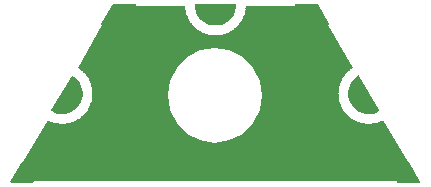
<source format=gbr>
G04 EAGLE Gerber X2 export*
%TF.Part,Single*%
%TF.FileFunction,Copper,L2,Bot,Mixed*%
%TF.FilePolarity,Positive*%
%TF.GenerationSoftware,Autodesk,EAGLE,8.7.1*%
%TF.CreationDate,2018-07-15T20:13:20Z*%
G75*
%MOMM*%
%FSLAX34Y34*%
%LPD*%
%AMOC8*
5,1,8,0,0,1.08239X$1,22.5*%
G01*
%ADD10C,1.000000*%

G36*
X519440Y345710D02*
X519440Y345710D01*
X519479Y345709D01*
X519537Y345730D01*
X519597Y345742D01*
X519629Y345764D01*
X519665Y345778D01*
X519710Y345820D01*
X519761Y345855D01*
X519782Y345887D01*
X519810Y345914D01*
X519835Y345971D01*
X519868Y346022D01*
X519874Y346061D01*
X519890Y346096D01*
X519891Y346158D01*
X519901Y346218D01*
X519892Y346256D01*
X519893Y346295D01*
X519865Y346368D01*
X519855Y346412D01*
X519843Y346428D01*
X519835Y346451D01*
X510335Y362951D01*
X510316Y362973D01*
X510303Y362999D01*
X510255Y363043D01*
X510251Y363047D01*
X510248Y363049D01*
X510203Y363100D01*
X510177Y363113D01*
X510156Y363132D01*
X510088Y363155D01*
X510024Y363186D01*
X509995Y363188D01*
X509968Y363197D01*
X509897Y363192D01*
X509825Y363195D01*
X509798Y363185D01*
X509769Y363183D01*
X509679Y363141D01*
X509639Y363126D01*
X509631Y363119D01*
X509618Y363113D01*
X509010Y362693D01*
X488259Y398635D01*
X488244Y398640D01*
X488244Y398639D01*
X488243Y398640D01*
X487435Y398173D01*
X487072Y398125D01*
X487071Y398123D01*
X487069Y398124D01*
X486646Y397924D01*
X486645Y397922D01*
X486644Y397923D01*
X486071Y397470D01*
X485109Y397197D01*
X485108Y397196D01*
X485107Y397196D01*
X484202Y396769D01*
X484020Y396760D01*
X483776Y396748D01*
X483532Y396736D01*
X483474Y396733D01*
X483472Y396732D01*
X483471Y396733D01*
X482671Y396506D01*
X482670Y396504D01*
X482668Y396505D01*
X482029Y396153D01*
X481035Y396042D01*
X481034Y396041D01*
X481033Y396042D01*
X480071Y395769D01*
X479346Y395854D01*
X479344Y395853D01*
X479343Y395854D01*
X478516Y395762D01*
X478515Y395760D01*
X478514Y395761D01*
X477825Y395519D01*
X476826Y395573D01*
X476825Y395572D01*
X476824Y395573D01*
X475830Y395463D01*
X475129Y395665D01*
X475127Y395665D01*
X475126Y395666D01*
X474296Y395711D01*
X474295Y395710D01*
X474293Y395711D01*
X473574Y395585D01*
X472598Y395804D01*
X472597Y395803D01*
X472596Y395804D01*
X471597Y395858D01*
X470939Y396174D01*
X470937Y396173D01*
X470937Y396175D01*
X470125Y396356D01*
X470124Y396355D01*
X470123Y396356D01*
X469825Y396354D01*
X469821Y396354D01*
X469393Y396351D01*
X468465Y396727D01*
X468464Y396726D01*
X468464Y396727D01*
X467487Y396945D01*
X466890Y397365D01*
X466888Y397365D01*
X466888Y397366D01*
X466117Y397679D01*
X466115Y397678D01*
X466115Y397679D01*
X465394Y397794D01*
X464541Y398317D01*
X464540Y398317D01*
X464539Y398318D01*
X463612Y398694D01*
X463092Y399206D01*
X463091Y399206D01*
X463090Y399208D01*
X462382Y399643D01*
X462380Y399643D01*
X462379Y399644D01*
X461687Y399876D01*
X460932Y400532D01*
X460931Y400532D01*
X460931Y400534D01*
X460078Y401057D01*
X459649Y401648D01*
X459648Y401648D01*
X459648Y401650D01*
X459020Y402195D01*
X459018Y402195D01*
X459018Y402197D01*
X458373Y402539D01*
X457737Y403311D01*
X457736Y403311D01*
X457736Y403313D01*
X456981Y403969D01*
X456655Y404622D01*
X456654Y404623D01*
X456654Y404625D01*
X456125Y405266D01*
X456123Y405266D01*
X456123Y405268D01*
X455543Y405712D01*
X455043Y406578D01*
X455041Y406578D01*
X455042Y406580D01*
X454405Y407351D01*
X454192Y408049D01*
X454190Y408050D01*
X454190Y408052D01*
X453774Y408772D01*
X453772Y408772D01*
X453773Y408774D01*
X453274Y409307D01*
X452923Y410244D01*
X452922Y410244D01*
X452922Y410245D01*
X452421Y411111D01*
X452326Y411835D01*
X452324Y411836D01*
X452325Y411838D01*
X452033Y412616D01*
X452031Y412617D01*
X452032Y412619D01*
X451628Y413227D01*
X451435Y414208D01*
X451434Y414209D01*
X451435Y414210D01*
X451083Y415147D01*
X451108Y415876D01*
X451107Y415878D01*
X451108Y415879D01*
X450948Y416695D01*
X450946Y416696D01*
X450947Y416698D01*
X450649Y417364D01*
X450621Y418364D01*
X450620Y418365D01*
X450620Y418366D01*
X450428Y419347D01*
X450572Y420063D01*
X450571Y420064D01*
X450573Y420065D01*
X450549Y420897D01*
X450548Y420898D01*
X450549Y420899D01*
X450364Y421606D01*
X450501Y422596D01*
X450500Y422598D01*
X450501Y422598D01*
X450473Y423598D01*
X450733Y424280D01*
X450732Y424282D01*
X450734Y424283D01*
X450847Y425107D01*
X450846Y425108D01*
X450847Y425109D01*
X450782Y425836D01*
X451080Y426791D01*
X451079Y426792D01*
X451080Y426793D01*
X451217Y427784D01*
X451586Y428414D01*
X451585Y428416D01*
X451587Y428416D01*
X451835Y429210D01*
X451834Y429212D01*
X451835Y429213D01*
X451890Y429941D01*
X452341Y430834D01*
X452341Y430835D01*
X452342Y430835D01*
X452640Y431790D01*
X453107Y432351D01*
X453107Y432353D01*
X453109Y432353D01*
X453484Y433095D01*
X453483Y433097D01*
X453485Y433098D01*
X453658Y433807D01*
X454250Y434613D01*
X454250Y434615D01*
X454251Y434615D01*
X454702Y435508D01*
X455256Y435984D01*
X455256Y435985D01*
X455258Y435986D01*
X455750Y436656D01*
X455749Y436658D01*
X455751Y436658D01*
X456039Y437329D01*
X456756Y438027D01*
X456756Y438028D01*
X456757Y438028D01*
X457349Y438835D01*
X457973Y439213D01*
X457974Y439215D01*
X457975Y439215D01*
X458571Y439795D01*
X458571Y439797D01*
X458573Y439797D01*
X458967Y440411D01*
X459789Y440982D01*
X459789Y440983D01*
X459790Y440983D01*
X460507Y441681D01*
X461185Y441951D01*
X461186Y441953D01*
X461187Y441953D01*
X461572Y442220D01*
X461572Y442222D01*
X461574Y442222D01*
X461797Y442513D01*
X462634Y442997D01*
X462636Y443003D01*
X462638Y443004D01*
X462637Y443005D01*
X462639Y443012D01*
X462638Y443012D01*
X462638Y443013D01*
X441888Y478954D01*
X442516Y479251D01*
X442538Y479268D01*
X442565Y479278D01*
X442617Y479327D01*
X442675Y479370D01*
X442689Y479395D01*
X442710Y479414D01*
X442739Y479480D01*
X442775Y479542D01*
X442778Y479570D01*
X442790Y479596D01*
X442791Y479668D01*
X442800Y479739D01*
X442792Y479766D01*
X442793Y479795D01*
X442757Y479890D01*
X442746Y479930D01*
X442739Y479939D01*
X442735Y479951D01*
X433235Y496451D01*
X433183Y496510D01*
X433137Y496572D01*
X433118Y496583D01*
X433103Y496600D01*
X433033Y496634D01*
X432966Y496674D01*
X432942Y496678D01*
X432924Y496686D01*
X432879Y496688D01*
X432802Y496701D01*
X413802Y496701D01*
X413774Y496696D01*
X413746Y496698D01*
X413678Y496676D01*
X413607Y496662D01*
X413584Y496646D01*
X413557Y496637D01*
X413502Y496590D01*
X413443Y496549D01*
X413428Y496525D01*
X413407Y496507D01*
X413375Y496442D01*
X413336Y496382D01*
X413331Y496354D01*
X413319Y496328D01*
X413310Y496227D01*
X413303Y496185D01*
X413305Y496175D01*
X413304Y496162D01*
X413361Y495447D01*
X371843Y495447D01*
X371831Y495437D01*
X371832Y495436D01*
X371831Y495435D01*
X371831Y494486D01*
X371691Y494147D01*
X371691Y494145D01*
X371690Y494144D01*
X371651Y493675D01*
X371652Y493673D01*
X371651Y493672D01*
X371756Y492950D01*
X371511Y491980D01*
X371511Y491978D01*
X371510Y491978D01*
X371428Y490981D01*
X371094Y490332D01*
X371094Y490330D01*
X371093Y490329D01*
X370888Y489520D01*
X370889Y489518D01*
X370887Y489517D01*
X370872Y488788D01*
X370470Y487872D01*
X370471Y487870D01*
X370470Y487870D01*
X370224Y486900D01*
X369788Y486315D01*
X369788Y486313D01*
X369787Y486313D01*
X369451Y485548D01*
X369452Y485546D01*
X369450Y485546D01*
X369315Y484828D01*
X368768Y483991D01*
X368768Y483989D01*
X368767Y483989D01*
X368366Y483073D01*
X367839Y482568D01*
X367839Y482566D01*
X367837Y482566D01*
X367381Y481867D01*
X367381Y481865D01*
X367379Y481864D01*
X367128Y481179D01*
X366451Y480443D01*
X366451Y480442D01*
X366449Y480442D01*
X365902Y479604D01*
X365300Y479192D01*
X365299Y479190D01*
X365298Y479191D01*
X364732Y478576D01*
X364732Y478575D01*
X364731Y478574D01*
X364370Y477940D01*
X363581Y477325D01*
X363580Y477324D01*
X363579Y477324D01*
X362902Y476588D01*
X362240Y476281D01*
X362239Y476279D01*
X362237Y476280D01*
X361578Y475767D01*
X361578Y475765D01*
X361577Y475765D01*
X361116Y475198D01*
X360237Y474722D01*
X360236Y474721D01*
X360235Y474721D01*
X359446Y474107D01*
X358742Y473913D01*
X358741Y473911D01*
X358739Y473912D01*
X358005Y473515D01*
X358004Y473513D01*
X358003Y473513D01*
X357456Y473030D01*
X356510Y472705D01*
X356509Y472704D01*
X356508Y472704D01*
X355628Y472228D01*
X354902Y472153D01*
X354901Y472152D01*
X354899Y472152D01*
X354110Y471881D01*
X354109Y471880D01*
X354108Y471880D01*
X353488Y471494D01*
X352502Y471329D01*
X352501Y471328D01*
X352500Y471329D01*
X351554Y471004D01*
X350825Y471049D01*
X350824Y471048D01*
X350822Y471049D01*
X349999Y470911D01*
X349998Y470910D01*
X349996Y470911D01*
X349322Y470631D01*
X348322Y470631D01*
X348321Y470630D01*
X348320Y470631D01*
X347333Y470467D01*
X346622Y470631D01*
X346620Y470630D01*
X346619Y470631D01*
X345785Y470631D01*
X345783Y470630D01*
X345782Y470631D01*
X345071Y470467D01*
X344084Y470631D01*
X344083Y470630D01*
X344082Y470631D01*
X343082Y470631D01*
X342408Y470911D01*
X342406Y470910D01*
X342405Y470911D01*
X341582Y471049D01*
X341580Y471048D01*
X341579Y471049D01*
X340850Y471004D01*
X339904Y471329D01*
X339903Y471328D01*
X339902Y471329D01*
X338916Y471494D01*
X338296Y471880D01*
X338295Y471880D01*
X338294Y471881D01*
X337505Y472152D01*
X337503Y472152D01*
X337502Y472153D01*
X336776Y472228D01*
X335896Y472704D01*
X335895Y472704D01*
X335894Y472705D01*
X334948Y473030D01*
X334401Y473513D01*
X334399Y473513D01*
X334399Y473515D01*
X333665Y473912D01*
X333663Y473912D01*
X333662Y473913D01*
X332958Y474107D01*
X332169Y474721D01*
X332168Y474721D01*
X332167Y474722D01*
X331288Y475198D01*
X330827Y475765D01*
X330826Y475765D01*
X330826Y475767D01*
X330167Y476280D01*
X330165Y476279D01*
X330164Y476281D01*
X329502Y476588D01*
X328825Y477324D01*
X328823Y477324D01*
X328823Y477325D01*
X328034Y477940D01*
X327673Y478574D01*
X327672Y478575D01*
X327672Y478576D01*
X327106Y479191D01*
X327105Y479191D01*
X327104Y479192D01*
X326502Y479604D01*
X325955Y480442D01*
X325953Y480442D01*
X325953Y480443D01*
X325276Y481179D01*
X325025Y481864D01*
X325023Y481865D01*
X325023Y481867D01*
X324567Y482566D01*
X324565Y482566D01*
X324565Y482568D01*
X324038Y483073D01*
X323637Y483989D01*
X323635Y483990D01*
X323636Y483991D01*
X323089Y484828D01*
X322954Y485546D01*
X322952Y485547D01*
X322953Y485548D01*
X322617Y486313D01*
X322616Y486313D01*
X322616Y486315D01*
X322180Y486900D01*
X321934Y487870D01*
X321933Y487871D01*
X321934Y487872D01*
X321532Y488788D01*
X321517Y489517D01*
X321515Y489519D01*
X321516Y489520D01*
X321311Y490329D01*
X321310Y490331D01*
X321310Y490332D01*
X320976Y490981D01*
X320894Y491978D01*
X320893Y491979D01*
X320893Y491980D01*
X320648Y492950D01*
X320753Y493672D01*
X320752Y493673D01*
X320753Y493675D01*
X320714Y494144D01*
X320712Y494146D01*
X320713Y494147D01*
X320573Y494486D01*
X320573Y495435D01*
X320563Y495447D01*
X320562Y495446D01*
X320561Y495447D01*
X279043Y495447D01*
X279100Y496162D01*
X279096Y496191D01*
X279101Y496219D01*
X279084Y496288D01*
X279076Y496360D01*
X279062Y496384D01*
X279055Y496412D01*
X279012Y496470D01*
X278977Y496532D01*
X278954Y496549D01*
X278937Y496572D01*
X278875Y496609D01*
X278818Y496652D01*
X278790Y496659D01*
X278766Y496674D01*
X278666Y496690D01*
X278625Y496701D01*
X278615Y496699D01*
X278602Y496701D01*
X259602Y496701D01*
X259526Y496686D01*
X259448Y496677D01*
X259429Y496666D01*
X259407Y496662D01*
X259343Y496618D01*
X259275Y496579D01*
X259259Y496560D01*
X259243Y496549D01*
X259219Y496511D01*
X259169Y496451D01*
X249669Y479951D01*
X249660Y479924D01*
X249644Y479900D01*
X249629Y479830D01*
X249606Y479762D01*
X249609Y479734D01*
X249603Y479706D01*
X249617Y479636D01*
X249622Y479564D01*
X249635Y479539D01*
X249641Y479511D01*
X249681Y479451D01*
X249714Y479388D01*
X249736Y479370D01*
X249752Y479346D01*
X249835Y479288D01*
X249867Y479261D01*
X249878Y479258D01*
X249889Y479251D01*
X250516Y478954D01*
X229766Y443013D01*
X229767Y443008D01*
X229766Y443007D01*
X229767Y443007D01*
X229769Y442998D01*
X229770Y442998D01*
X229770Y442997D01*
X230607Y442513D01*
X230830Y442222D01*
X230832Y442222D01*
X230832Y442220D01*
X231217Y441953D01*
X231219Y441953D01*
X231219Y441951D01*
X231897Y441681D01*
X232614Y440983D01*
X232615Y440983D01*
X232615Y440982D01*
X233437Y440411D01*
X233831Y439797D01*
X233833Y439797D01*
X233833Y439795D01*
X234429Y439215D01*
X234431Y439215D01*
X234431Y439213D01*
X235055Y438835D01*
X235647Y438028D01*
X235648Y438028D01*
X235648Y438027D01*
X236365Y437329D01*
X236653Y436658D01*
X236655Y436657D01*
X236654Y436656D01*
X237146Y435986D01*
X237148Y435985D01*
X237148Y435984D01*
X237702Y435508D01*
X238153Y434615D01*
X238154Y434614D01*
X238154Y434613D01*
X238746Y433807D01*
X238919Y433098D01*
X238921Y433097D01*
X238920Y433095D01*
X239295Y432353D01*
X239297Y432352D01*
X239297Y432351D01*
X239764Y431790D01*
X240062Y430835D01*
X240063Y430835D01*
X240063Y430834D01*
X240514Y429941D01*
X240569Y429213D01*
X240570Y429211D01*
X240569Y429210D01*
X240817Y428416D01*
X240819Y428415D01*
X240818Y428414D01*
X241187Y427784D01*
X241324Y426793D01*
X241325Y426792D01*
X241324Y426791D01*
X241622Y425836D01*
X241557Y425109D01*
X241558Y425108D01*
X241557Y425107D01*
X241670Y424283D01*
X241672Y424282D01*
X241671Y424280D01*
X241931Y423598D01*
X241903Y422598D01*
X241904Y422597D01*
X241903Y422597D01*
X242040Y421606D01*
X241855Y420899D01*
X241856Y420899D01*
X241856Y420898D01*
X241855Y420897D01*
X241831Y420065D01*
X241833Y420064D01*
X241832Y420063D01*
X241976Y419347D01*
X241784Y418366D01*
X241784Y418364D01*
X241783Y418364D01*
X241755Y417364D01*
X241457Y416698D01*
X241457Y416696D01*
X241456Y416695D01*
X241296Y415879D01*
X241297Y415877D01*
X241296Y415876D01*
X241321Y415147D01*
X240969Y414210D01*
X240970Y414209D01*
X240969Y414208D01*
X240776Y413227D01*
X240372Y412619D01*
X240373Y412617D01*
X240371Y412616D01*
X240079Y411838D01*
X240080Y411836D01*
X240078Y411835D01*
X240071Y411779D01*
X240068Y411755D01*
X240065Y411731D01*
X240054Y411648D01*
X240054Y411647D01*
X240051Y411624D01*
X240050Y411624D01*
X240051Y411624D01*
X240047Y411600D01*
X240036Y411516D01*
X240033Y411492D01*
X240030Y411468D01*
X240019Y411385D01*
X240016Y411361D01*
X240013Y411337D01*
X240002Y411254D01*
X239998Y411230D01*
X239995Y411206D01*
X239984Y411122D01*
X239983Y411111D01*
X239482Y410245D01*
X239482Y410244D01*
X239481Y410244D01*
X239130Y409307D01*
X238631Y408774D01*
X238631Y408772D01*
X238630Y408772D01*
X238214Y408052D01*
X238214Y408050D01*
X238212Y408049D01*
X237999Y407351D01*
X237362Y406580D01*
X237362Y406578D01*
X237361Y406578D01*
X236861Y405712D01*
X236281Y405268D01*
X236281Y405266D01*
X236279Y405266D01*
X235750Y404625D01*
X235750Y404623D01*
X235749Y404622D01*
X235423Y403969D01*
X234668Y403313D01*
X234668Y403311D01*
X234667Y403311D01*
X234031Y402539D01*
X233386Y402197D01*
X233385Y402195D01*
X233384Y402195D01*
X232756Y401650D01*
X232756Y401648D01*
X232755Y401648D01*
X232326Y401057D01*
X231473Y400534D01*
X231473Y400532D01*
X231472Y400532D01*
X230717Y399876D01*
X230025Y399644D01*
X230024Y399643D01*
X230022Y399643D01*
X229314Y399208D01*
X229313Y399206D01*
X229312Y399206D01*
X228792Y398694D01*
X227865Y398318D01*
X227864Y398317D01*
X227863Y398317D01*
X227010Y397794D01*
X226289Y397679D01*
X226288Y397678D01*
X226287Y397679D01*
X225516Y397366D01*
X225515Y397365D01*
X225514Y397365D01*
X224917Y396945D01*
X223940Y396727D01*
X223940Y396726D01*
X223939Y396727D01*
X223011Y396351D01*
X222583Y396354D01*
X222579Y396354D01*
X222281Y396356D01*
X222280Y396355D01*
X222279Y396356D01*
X221467Y396175D01*
X221466Y396173D01*
X221465Y396174D01*
X220807Y395858D01*
X219808Y395804D01*
X219807Y395803D01*
X219806Y395804D01*
X218830Y395585D01*
X218111Y395711D01*
X218109Y395710D01*
X218108Y395711D01*
X217278Y395666D01*
X217276Y395665D01*
X217275Y395665D01*
X216574Y395463D01*
X215580Y395573D01*
X215578Y395572D01*
X215578Y395573D01*
X214579Y395519D01*
X213890Y395761D01*
X213889Y395760D01*
X213888Y395762D01*
X213061Y395854D01*
X213060Y395853D01*
X213059Y395853D01*
X213058Y395854D01*
X212333Y395769D01*
X211371Y396042D01*
X211370Y396041D01*
X211369Y396042D01*
X210375Y396153D01*
X209736Y396505D01*
X209734Y396505D01*
X209733Y396506D01*
X208933Y396733D01*
X208931Y396732D01*
X208930Y396733D01*
X208872Y396736D01*
X208628Y396748D01*
X208384Y396760D01*
X208202Y396769D01*
X207297Y397196D01*
X207296Y397196D01*
X207295Y397197D01*
X206333Y397470D01*
X205760Y397923D01*
X205758Y397923D01*
X205758Y397924D01*
X205335Y398124D01*
X205333Y398123D01*
X205332Y398125D01*
X204969Y398173D01*
X204161Y398640D01*
X204146Y398637D01*
X204146Y398636D01*
X204145Y398635D01*
X183394Y362693D01*
X182786Y363113D01*
X182759Y363124D01*
X182737Y363143D01*
X182668Y363163D01*
X182603Y363191D01*
X182574Y363191D01*
X182546Y363199D01*
X182475Y363191D01*
X182404Y363192D01*
X182377Y363180D01*
X182348Y363177D01*
X182286Y363142D01*
X182221Y363114D01*
X182200Y363094D01*
X182175Y363079D01*
X182131Y363026D01*
X182129Y363024D01*
X182126Y363020D01*
X182111Y363002D01*
X182082Y362972D01*
X182078Y362962D01*
X182069Y362951D01*
X172569Y346451D01*
X172557Y346414D01*
X172536Y346381D01*
X172526Y346321D01*
X172506Y346262D01*
X172510Y346224D01*
X172503Y346185D01*
X172517Y346125D01*
X172522Y346064D01*
X172540Y346030D01*
X172549Y345992D01*
X172586Y345942D01*
X172614Y345888D01*
X172644Y345863D01*
X172667Y345832D01*
X172720Y345800D01*
X172767Y345761D01*
X172805Y345750D01*
X172838Y345730D01*
X172915Y345717D01*
X172958Y345705D01*
X172978Y345707D01*
X173002Y345703D01*
X191900Y345713D01*
X191925Y345718D01*
X191951Y345715D01*
X192022Y345738D01*
X192095Y345752D01*
X192116Y345767D01*
X192141Y345775D01*
X192198Y345823D01*
X192259Y345865D01*
X192273Y345887D01*
X192292Y345903D01*
X192326Y345970D01*
X192366Y346033D01*
X192370Y346058D01*
X192382Y346081D01*
X192393Y346191D01*
X192399Y346229D01*
X192397Y346237D01*
X192398Y346247D01*
X192349Y346957D01*
X500055Y346957D01*
X500006Y346247D01*
X500009Y346221D01*
X500005Y346196D01*
X500022Y346123D01*
X500032Y346049D01*
X500045Y346027D01*
X500051Y346002D01*
X500095Y345942D01*
X500133Y345878D01*
X500153Y345863D01*
X500169Y345842D01*
X500233Y345804D01*
X500293Y345760D01*
X500318Y345754D01*
X500340Y345741D01*
X500448Y345722D01*
X500486Y345713D01*
X500494Y345714D01*
X500504Y345713D01*
X519402Y345703D01*
X519440Y345710D01*
G37*
%LPC*%
G36*
X333329Y381509D02*
X333329Y381509D01*
X322175Y387193D01*
X313323Y396045D01*
X307639Y407199D01*
X305681Y419564D01*
X307639Y431929D01*
X313323Y443083D01*
X322175Y451935D01*
X333329Y457619D01*
X345694Y459577D01*
X358059Y457619D01*
X369213Y451935D01*
X378065Y443083D01*
X383749Y431929D01*
X385707Y419564D01*
X383749Y407199D01*
X378065Y396045D01*
X369213Y387193D01*
X358059Y381509D01*
X345694Y379551D01*
X333329Y381509D01*
G37*
%LPD*%
G36*
X347640Y478768D02*
X347640Y478768D01*
X347688Y478768D01*
X350457Y479230D01*
X350490Y479242D01*
X350537Y479250D01*
X353193Y480162D01*
X353223Y480179D01*
X353268Y480195D01*
X355738Y481531D01*
X355764Y481553D01*
X355807Y481576D01*
X358022Y483301D01*
X358045Y483327D01*
X358083Y483357D01*
X359985Y485422D01*
X360003Y485452D01*
X360035Y485487D01*
X361571Y487838D01*
X361584Y487870D01*
X361610Y487910D01*
X362738Y490482D01*
X362745Y490515D01*
X362765Y490560D01*
X363454Y493281D01*
X363456Y493316D01*
X363468Y493363D01*
X363700Y496161D01*
X363696Y496190D01*
X363701Y496219D01*
X363685Y496288D01*
X363676Y496358D01*
X363662Y496384D01*
X363655Y496412D01*
X363613Y496469D01*
X363578Y496531D01*
X363554Y496549D01*
X363537Y496572D01*
X363476Y496608D01*
X363419Y496651D01*
X363391Y496659D01*
X363366Y496674D01*
X363268Y496690D01*
X363227Y496701D01*
X363216Y496699D01*
X363202Y496701D01*
X329202Y496701D01*
X329173Y496695D01*
X329144Y496698D01*
X329077Y496676D01*
X329007Y496662D01*
X328983Y496645D01*
X328955Y496636D01*
X328902Y496589D01*
X328843Y496549D01*
X328828Y496525D01*
X328806Y496505D01*
X328774Y496441D01*
X328736Y496382D01*
X328731Y496353D01*
X328719Y496327D01*
X328710Y496227D01*
X328703Y496185D01*
X328706Y496175D01*
X328704Y496161D01*
X328936Y493363D01*
X328946Y493329D01*
X328950Y493281D01*
X329639Y490560D01*
X329654Y490528D01*
X329666Y490482D01*
X330794Y487910D01*
X330814Y487882D01*
X330833Y487838D01*
X332369Y485487D01*
X332393Y485463D01*
X332419Y485422D01*
X334321Y483357D01*
X334349Y483336D01*
X334382Y483301D01*
X336597Y481576D01*
X336628Y481561D01*
X336666Y481531D01*
X339136Y480195D01*
X339169Y480185D01*
X339211Y480162D01*
X341867Y479250D01*
X341901Y479246D01*
X341947Y479230D01*
X344716Y478768D01*
X344751Y478769D01*
X344798Y478761D01*
X347606Y478761D01*
X347640Y478768D01*
G37*
G36*
X476588Y403735D02*
X476588Y403735D01*
X476636Y403732D01*
X479424Y404042D01*
X479457Y404053D01*
X479505Y404058D01*
X482203Y404823D01*
X482233Y404839D01*
X482280Y404852D01*
X484815Y406051D01*
X484839Y406068D01*
X484866Y406078D01*
X484918Y406127D01*
X484975Y406170D01*
X484989Y406195D01*
X485011Y406215D01*
X485039Y406280D01*
X485075Y406342D01*
X485078Y406370D01*
X485090Y406397D01*
X485091Y406468D01*
X485100Y406539D01*
X485092Y406567D01*
X485092Y406596D01*
X485058Y406689D01*
X485046Y406730D01*
X485039Y406739D01*
X485034Y406752D01*
X468034Y436152D01*
X468015Y436174D01*
X468002Y436200D01*
X467949Y436248D01*
X467902Y436301D01*
X467876Y436313D01*
X467854Y436333D01*
X467787Y436356D01*
X467723Y436386D01*
X467694Y436388D01*
X467666Y436397D01*
X467595Y436392D01*
X467524Y436395D01*
X467497Y436385D01*
X467468Y436383D01*
X467378Y436341D01*
X467338Y436326D01*
X467330Y436318D01*
X467317Y436312D01*
X465014Y434713D01*
X464990Y434688D01*
X464950Y434660D01*
X462941Y432703D01*
X462922Y432674D01*
X462887Y432641D01*
X461228Y430380D01*
X461213Y430349D01*
X461184Y430310D01*
X459920Y427807D01*
X459911Y427773D01*
X459889Y427730D01*
X459053Y425053D01*
X459050Y425019D01*
X459035Y424973D01*
X458652Y422194D01*
X458654Y422160D01*
X458648Y422112D01*
X458727Y419309D01*
X458735Y419275D01*
X458736Y419227D01*
X459275Y416475D01*
X459289Y416443D01*
X459298Y416395D01*
X460283Y413770D01*
X460301Y413740D01*
X460318Y413695D01*
X461722Y411267D01*
X461745Y411241D01*
X461769Y411200D01*
X463553Y409036D01*
X463580Y409014D01*
X463611Y408977D01*
X465727Y407136D01*
X465757Y407119D01*
X465793Y407088D01*
X468184Y405620D01*
X468216Y405609D01*
X468257Y405583D01*
X470856Y404530D01*
X470890Y404523D01*
X470935Y404505D01*
X473672Y403894D01*
X473707Y403893D01*
X473754Y403882D01*
X476554Y403730D01*
X476588Y403735D01*
G37*
G36*
X218650Y403882D02*
X218650Y403882D01*
X218684Y403891D01*
X218732Y403894D01*
X221469Y404505D01*
X221501Y404519D01*
X221548Y404530D01*
X224147Y405583D01*
X224176Y405602D01*
X224220Y405620D01*
X226611Y407088D01*
X226636Y407111D01*
X226677Y407136D01*
X228793Y408977D01*
X228814Y409004D01*
X228851Y409036D01*
X230635Y411200D01*
X230651Y411230D01*
X230682Y411267D01*
X232086Y413695D01*
X232097Y413728D01*
X232121Y413770D01*
X233106Y416395D01*
X233112Y416430D01*
X233129Y416475D01*
X233668Y419227D01*
X233668Y419262D01*
X233677Y419309D01*
X233756Y422112D01*
X233751Y422146D01*
X233752Y422194D01*
X233369Y424973D01*
X233357Y425005D01*
X233351Y425053D01*
X232515Y427730D01*
X232498Y427761D01*
X232484Y427807D01*
X231220Y430310D01*
X231198Y430337D01*
X231176Y430380D01*
X229517Y432641D01*
X229491Y432664D01*
X229463Y432703D01*
X227454Y434660D01*
X227425Y434679D01*
X227390Y434713D01*
X225087Y436312D01*
X225060Y436324D01*
X225037Y436342D01*
X224969Y436363D01*
X224904Y436391D01*
X224875Y436391D01*
X224847Y436399D01*
X224776Y436391D01*
X224705Y436392D01*
X224678Y436381D01*
X224649Y436377D01*
X224587Y436343D01*
X224522Y436315D01*
X224501Y436294D01*
X224476Y436280D01*
X224413Y436204D01*
X224383Y436173D01*
X224379Y436163D01*
X224370Y436152D01*
X207370Y406752D01*
X207361Y406724D01*
X207344Y406700D01*
X207329Y406631D01*
X207307Y406563D01*
X207309Y406534D01*
X207303Y406506D01*
X207316Y406436D01*
X207322Y406365D01*
X207335Y406339D01*
X207341Y406311D01*
X207381Y406252D01*
X207413Y406189D01*
X207436Y406170D01*
X207452Y406146D01*
X207534Y406089D01*
X207567Y406062D01*
X207577Y406059D01*
X207589Y406051D01*
X210124Y404852D01*
X210158Y404844D01*
X210201Y404823D01*
X212899Y404058D01*
X212934Y404056D01*
X212980Y404042D01*
X215768Y403732D01*
X215802Y403735D01*
X215850Y403730D01*
X218650Y403882D01*
G37*
D10*
X428802Y489302D03*
X508100Y352552D03*
X184050Y352806D03*
X263602Y489302D03*
X470102Y417702D03*
X222302Y417702D03*
X346202Y489302D03*
M02*

</source>
